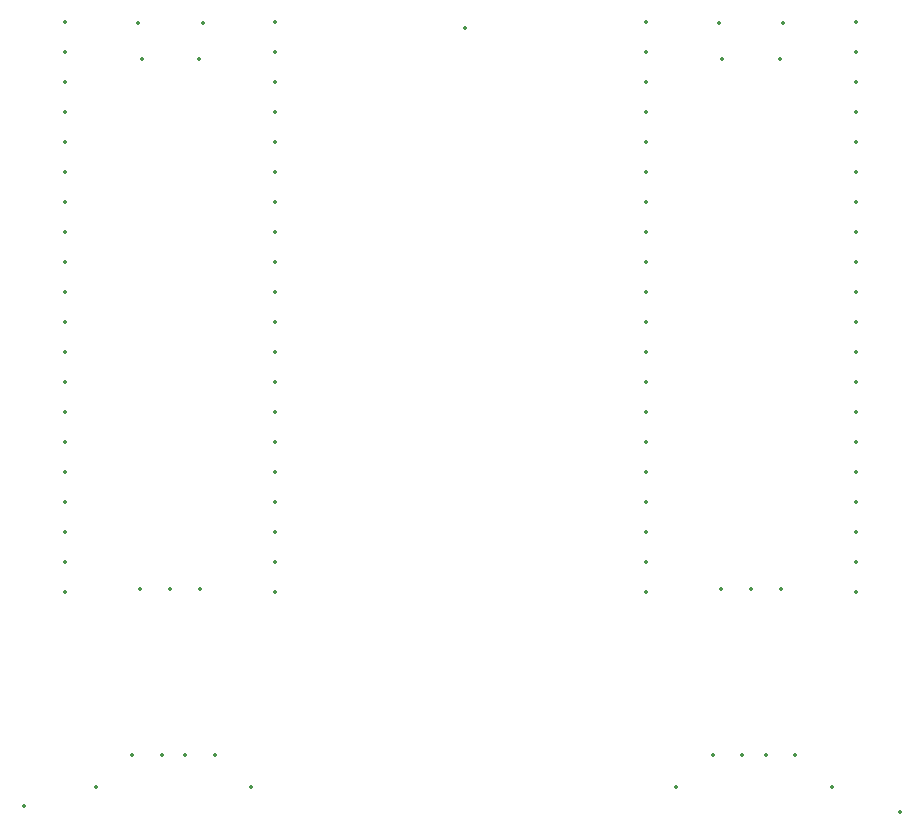
<source format=gbr>
%TF.GenerationSoftware,KiCad,Pcbnew,8.0.5*%
%TF.CreationDate,2024-10-19T09:16:07+05:30*%
%TF.ProjectId,DeskHop_Rev1,4465736b-486f-4705-9f52-6576312e6b69,rev?*%
%TF.SameCoordinates,Original*%
%TF.FileFunction,Legend,Bot*%
%TF.FilePolarity,Positive*%
%FSLAX46Y46*%
G04 Gerber Fmt 4.6, Leading zero omitted, Abs format (unit mm)*
G04 Created by KiCad (PCBNEW 8.0.5) date 2024-10-19 09:16:07*
%MOMM*%
%LPD*%
G01*
G04 APERTURE LIST*
%ADD10C,0.350000*%
G04 APERTURE END LIST*
D10*
X142015513Y-128382566D03*
X77539260Y-61607566D03*
X77839260Y-64637566D03*
X82689260Y-64637566D03*
X82989260Y-61607566D03*
X71374260Y-61477566D03*
X71374260Y-64017566D03*
X71374260Y-66557566D03*
X71374260Y-69097566D03*
X71374260Y-71637566D03*
X71374260Y-74177566D03*
X71374260Y-76717566D03*
X71374260Y-79257566D03*
X71374260Y-81797566D03*
X71374260Y-84337566D03*
X71374260Y-86877566D03*
X71374260Y-89417566D03*
X71374260Y-91957566D03*
X71374260Y-94497566D03*
X71374260Y-97037566D03*
X71374260Y-99577566D03*
X71374260Y-102117566D03*
X71374260Y-104657566D03*
X71374260Y-107197566D03*
X71374260Y-109737566D03*
X89154260Y-109737566D03*
X89154260Y-107197566D03*
X89154260Y-104657566D03*
X89154260Y-102117566D03*
X89154260Y-99577566D03*
X89154260Y-97037566D03*
X89154260Y-94497566D03*
X89154260Y-91957566D03*
X89154260Y-89417566D03*
X89154260Y-86877566D03*
X89154260Y-84337566D03*
X89154260Y-81797566D03*
X89154260Y-79257566D03*
X89154260Y-76717566D03*
X89154260Y-74177566D03*
X89154260Y-71637566D03*
X89154260Y-69097566D03*
X89154260Y-66557566D03*
X89154260Y-64017566D03*
X89154260Y-61477566D03*
X77724260Y-109507566D03*
X80264260Y-109507566D03*
X82804260Y-109507566D03*
X105165513Y-62032566D03*
X77015513Y-123545566D03*
X79515513Y-123545566D03*
X81515513Y-123545566D03*
X84015513Y-123545566D03*
X73945513Y-126255566D03*
X87085513Y-126255566D03*
X67875513Y-127902566D03*
X126696234Y-61607566D03*
X126996234Y-64637566D03*
X131846234Y-64637566D03*
X132146234Y-61607566D03*
X120531234Y-61477566D03*
X120531234Y-64017566D03*
X120531234Y-66557566D03*
X120531234Y-69097566D03*
X120531234Y-71637566D03*
X120531234Y-74177566D03*
X120531234Y-76717566D03*
X120531234Y-79257566D03*
X120531234Y-81797566D03*
X120531234Y-84337566D03*
X120531234Y-86877566D03*
X120531234Y-89417566D03*
X120531234Y-91957566D03*
X120531234Y-94497566D03*
X120531234Y-97037566D03*
X120531234Y-99577566D03*
X120531234Y-102117566D03*
X120531234Y-104657566D03*
X120531234Y-107197566D03*
X120531234Y-109737566D03*
X138311234Y-109737566D03*
X138311234Y-107197566D03*
X138311234Y-104657566D03*
X138311234Y-102117566D03*
X138311234Y-99577566D03*
X138311234Y-97037566D03*
X138311234Y-94497566D03*
X138311234Y-91957566D03*
X138311234Y-89417566D03*
X138311234Y-86877566D03*
X138311234Y-84337566D03*
X138311234Y-81797566D03*
X138311234Y-79257566D03*
X138311234Y-76717566D03*
X138311234Y-74177566D03*
X138311234Y-71637566D03*
X138311234Y-69097566D03*
X138311234Y-66557566D03*
X138311234Y-64017566D03*
X138311234Y-61477566D03*
X126881234Y-109507566D03*
X129421234Y-109507566D03*
X131961234Y-109507566D03*
X126172487Y-123545566D03*
X128672487Y-123545566D03*
X130672487Y-123545566D03*
X133172487Y-123545566D03*
X123102487Y-126255566D03*
X136242487Y-126255566D03*
M02*

</source>
